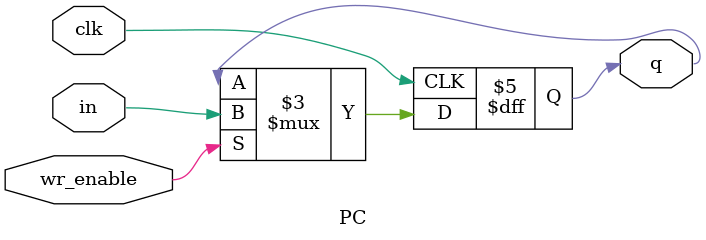
<source format=v>
module PC
(
output reg	q,
input		in,
input		wr_enable,
input		clk
);
    initial begin
      q <= 0;
	  $display("Hi from PC");     
    end

    always @(posedge clk) begin
    	$display("Hi from PC with clk, %d", q); 
        if (wr_enable) begin
            q <= in;
        end
    end
endmodule


</source>
